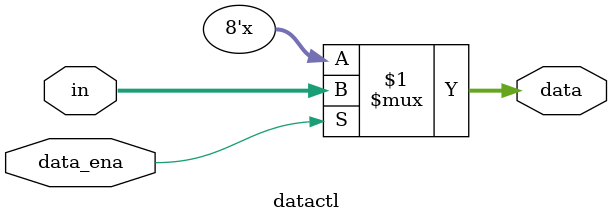
<source format=v>
module datactl(
                input data_ena,
                input [7:0] in,
                output [7:0] data);
  
  assign data = (data_ena) ? in : 8'bzzzz_zzzz;
endmodule

</source>
